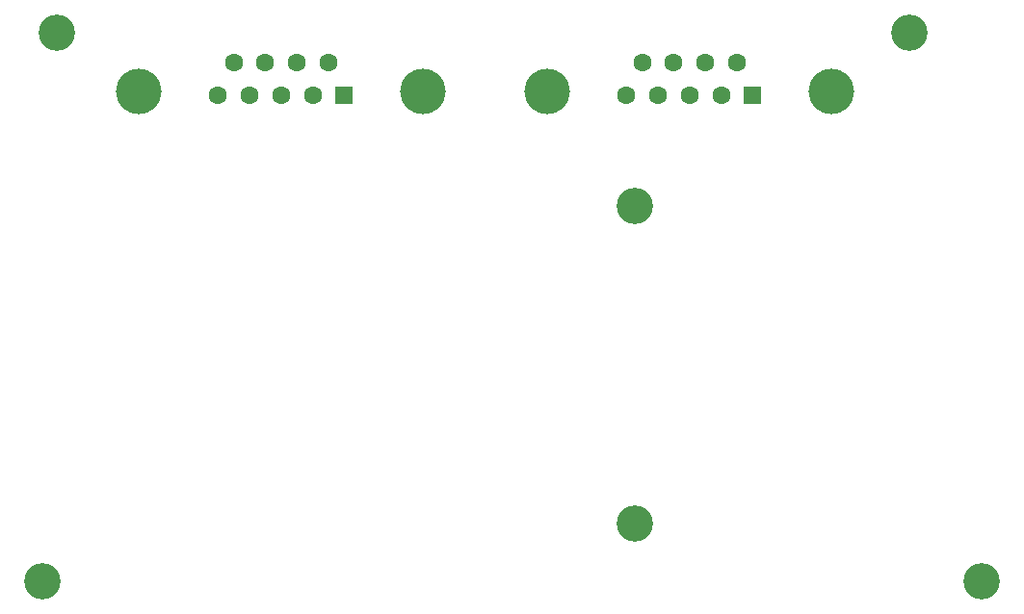
<source format=gbs>
G04 #@! TF.GenerationSoftware,KiCad,Pcbnew,8.0.5*
G04 #@! TF.CreationDate,2024-09-14T17:32:50+01:00*
G04 #@! TF.ProjectId,RS232Board,52533233-3242-46f6-9172-642e6b696361,rev?*
G04 #@! TF.SameCoordinates,Original*
G04 #@! TF.FileFunction,Soldermask,Bot*
G04 #@! TF.FilePolarity,Negative*
%FSLAX46Y46*%
G04 Gerber Fmt 4.6, Leading zero omitted, Abs format (unit mm)*
G04 Created by KiCad (PCBNEW 8.0.5) date 2024-09-14 17:32:50*
%MOMM*%
%LPD*%
G01*
G04 APERTURE LIST*
%ADD10C,3.200000*%
%ADD11C,4.000000*%
%ADD12R,1.600000X1.600000*%
%ADD13C,1.600000*%
G04 APERTURE END LIST*
D10*
X196520000Y-97460000D03*
X115240000Y-49200000D03*
D11*
X183330000Y-54405331D03*
X158330000Y-54405331D03*
D12*
X176370000Y-54705331D03*
D13*
X173600000Y-54705331D03*
X170830000Y-54705331D03*
X168060000Y-54705331D03*
X165290000Y-54705331D03*
X174985000Y-51865331D03*
X172215000Y-51865331D03*
X169445000Y-51865331D03*
X166675000Y-51865331D03*
D11*
X147435000Y-54405331D03*
X122435000Y-54405331D03*
D12*
X140475000Y-54705331D03*
D13*
X137705000Y-54705331D03*
X134935000Y-54705331D03*
X132165000Y-54705331D03*
X129395000Y-54705331D03*
X139090000Y-51865331D03*
X136320000Y-51865331D03*
X133550000Y-51865331D03*
X130780000Y-51865331D03*
D10*
X113970000Y-97460000D03*
X166040000Y-64440000D03*
X166040000Y-92380000D03*
X190170000Y-49200000D03*
M02*

</source>
